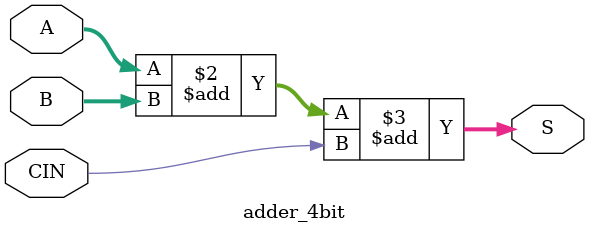
<source format=v>
module top_module (
    input [3:0] D,
    input SEL,
    input clk,
    output reg [3:0] OUT
);

    wire [3:0] Y;
    wire [3:0] C;
    wire [3:0] ADD_OUT;

    decoder_2to4_with_enable decoder (
        .D(SEL),
        .E(D[3]),
        .Y(Y)
    );

    twos_comp_converter twos_comp (
        .D(D),
        .C(C)
    );

    adder_4bit adder (
        .A(Y),
        .B(C),
        .CIN(1'b0),
        .S(ADD_OUT)
    );

    always @(posedge clk) begin
        if (SEL == 0) begin
            OUT <= Y[D[1:0]];
        end else begin
            OUT <= ADD_OUT;
        end
    end

endmodule

module decoder_2to4_with_enable (
    input D,
    input E,
    output reg [3:0] Y
);

    always @* begin
        case ({E, D})
            2'b00: Y = 4'b0001;
            2'b01: Y = 4'b0010;
            2'b10: Y = 4'b0100;
            2'b11: Y = 4'b1000;
            default: Y = 4'b0000;
        endcase
    end

endmodule

module twos_comp_converter (
    input [3:0] D,
    output reg [3:0] C
);

    always @* begin
        C = ~D + 4'b1;
    end

endmodule

module adder_4bit (
    input [3:0] A,
    input [3:0] B,
    input CIN,
    output reg [3:0] S
);

    always @* begin
        S = A + B + CIN;
    end

endmodule
</source>
